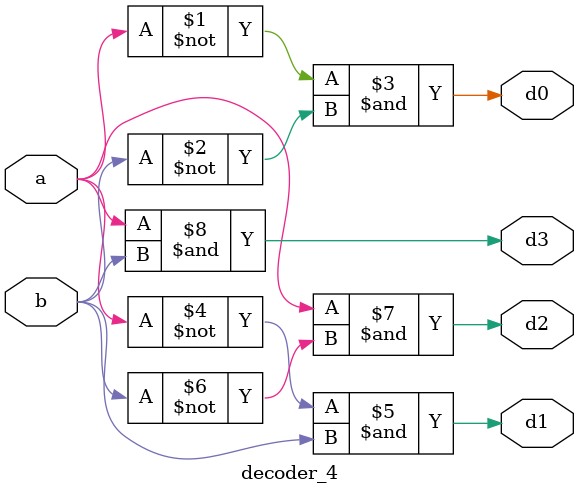
<source format=v>
`timescale 1ns / 1ps


module decoder_4(
    input a,
    input b,
    output d3,d2,d1,d0
    );
    assign d0=~a&~b;
    assign d1=~a&b;
    assign d2=a&~b;
    assign d3=a&b;
endmodule

</source>
